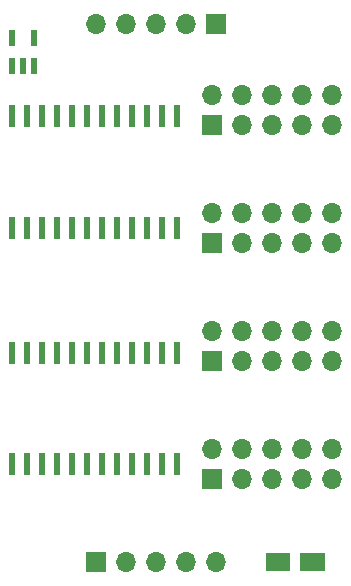
<source format=gts>
%TF.GenerationSoftware,KiCad,Pcbnew,(5.1.6-0-10_14)*%
%TF.CreationDate,2020-09-10T15:49:12+09:00*%
%TF.ProjectId,qPCR-photo_mux_CD74HC4067M96,71504352-2d70-4686-9f74-6f5f6d75785f,rev?*%
%TF.SameCoordinates,Original*%
%TF.FileFunction,Soldermask,Top*%
%TF.FilePolarity,Negative*%
%FSLAX46Y46*%
G04 Gerber Fmt 4.6, Leading zero omitted, Abs format (unit mm)*
G04 Created by KiCad (PCBNEW (5.1.6-0-10_14)) date 2020-09-10 15:49:12*
%MOMM*%
%LPD*%
G01*
G04 APERTURE LIST*
%ADD10O,1.700000X1.700000*%
%ADD11R,1.700000X1.700000*%
%ADD12R,1.500000X1.500000*%
%ADD13C,0.100000*%
%ADD14R,0.558800X1.879600*%
%ADD15R,0.558800X1.473200*%
G04 APERTURE END LIST*
D10*
%TO.C,J1*%
X103298000Y-110000000D03*
X100758000Y-110000000D03*
X98218000Y-110000000D03*
X95678000Y-110000000D03*
D11*
X93138000Y-110000000D03*
%TD*%
%TO.C,J2*%
X103298000Y-64440000D03*
D10*
X100758000Y-64440000D03*
X98218000Y-64440000D03*
X95678000Y-64440000D03*
X93138000Y-64440000D03*
%TD*%
D12*
%TO.C,JP1*%
X111200000Y-110000000D03*
X108800000Y-110000000D03*
D13*
G36*
X109000000Y-110000000D02*
G01*
X108500000Y-110750000D01*
X107500000Y-110750000D01*
X107500000Y-109250000D01*
X108500000Y-109250000D01*
X109000000Y-110000000D01*
G37*
G36*
X111000000Y-110000000D02*
G01*
X111500000Y-109250000D01*
X112500000Y-109250000D01*
X112500000Y-110750000D01*
X111500000Y-110750000D01*
X111000000Y-110000000D01*
G37*
%TD*%
D10*
%TO.C,N_PD1*%
X113160000Y-70460000D03*
X113160000Y-73000000D03*
X110620000Y-70460000D03*
X110620000Y-73000000D03*
X108080000Y-70460000D03*
X108080000Y-73000000D03*
X105540000Y-70460000D03*
X105540000Y-73000000D03*
X103000000Y-70460000D03*
D11*
X103000000Y-73000000D03*
%TD*%
%TO.C,N_PD2*%
X103000000Y-83000000D03*
D10*
X103000000Y-80460000D03*
X105540000Y-83000000D03*
X105540000Y-80460000D03*
X108080000Y-83000000D03*
X108080000Y-80460000D03*
X110620000Y-83000000D03*
X110620000Y-80460000D03*
X113160000Y-83000000D03*
X113160000Y-80460000D03*
%TD*%
D11*
%TO.C,S_PD1*%
X103000000Y-93000000D03*
D10*
X103000000Y-90460000D03*
X105540000Y-93000000D03*
X105540000Y-90460000D03*
X108080000Y-93000000D03*
X108080000Y-90460000D03*
X110620000Y-93000000D03*
X110620000Y-90460000D03*
X113160000Y-93000000D03*
X113160000Y-90460000D03*
%TD*%
%TO.C,S_PD2*%
X113160000Y-100460000D03*
X113160000Y-103000000D03*
X110620000Y-100460000D03*
X110620000Y-103000000D03*
X108080000Y-100460000D03*
X108080000Y-103000000D03*
X105540000Y-100460000D03*
X105540000Y-103000000D03*
X103000000Y-100460000D03*
D11*
X103000000Y-103000000D03*
%TD*%
D14*
%TO.C,U1*%
X99985000Y-92262900D03*
X98715000Y-92262900D03*
X97445000Y-92262900D03*
X96175000Y-92262900D03*
X94905000Y-92262900D03*
X93635000Y-92262900D03*
X92365000Y-92262900D03*
X91095000Y-92262900D03*
X89825000Y-92262900D03*
X88555000Y-92262900D03*
X87285000Y-92262900D03*
X86015000Y-92262900D03*
X86015000Y-101737100D03*
X87285000Y-101737100D03*
X88555000Y-101737100D03*
X89825000Y-101737100D03*
X91095000Y-101737100D03*
X92365000Y-101737100D03*
X93635000Y-101737100D03*
X94905000Y-101737100D03*
X96175000Y-101737100D03*
X97445000Y-101737100D03*
X98715000Y-101737100D03*
X99985000Y-101737100D03*
%TD*%
D15*
%TO.C,U2*%
X85999999Y-65612400D03*
X87900001Y-65612400D03*
X87900001Y-68000000D03*
X86950000Y-68000000D03*
X85999999Y-68000000D03*
%TD*%
D14*
%TO.C,U3*%
X99985000Y-81737100D03*
X98715000Y-81737100D03*
X97445000Y-81737100D03*
X96175000Y-81737100D03*
X94905000Y-81737100D03*
X93635000Y-81737100D03*
X92365000Y-81737100D03*
X91095000Y-81737100D03*
X89825000Y-81737100D03*
X88555000Y-81737100D03*
X87285000Y-81737100D03*
X86015000Y-81737100D03*
X86015000Y-72262900D03*
X87285000Y-72262900D03*
X88555000Y-72262900D03*
X89825000Y-72262900D03*
X91095000Y-72262900D03*
X92365000Y-72262900D03*
X93635000Y-72262900D03*
X94905000Y-72262900D03*
X96175000Y-72262900D03*
X97445000Y-72262900D03*
X98715000Y-72262900D03*
X99985000Y-72262900D03*
%TD*%
M02*

</source>
